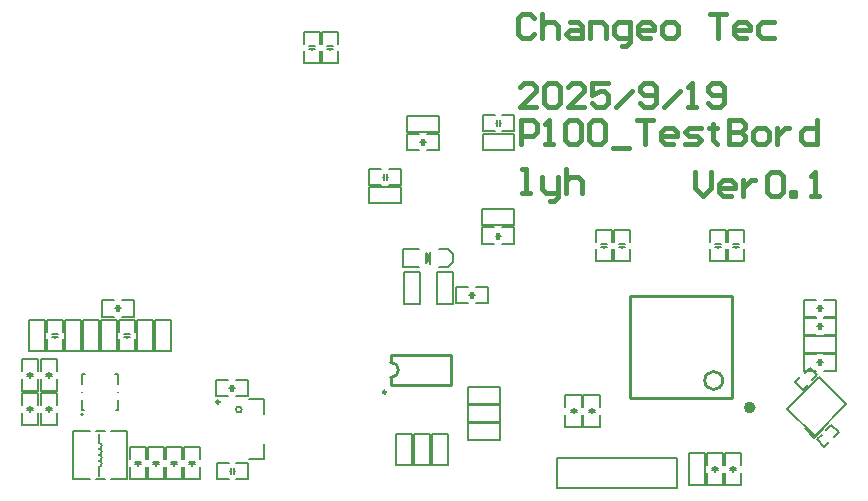
<source format=gto>
G04*
G04 #@! TF.GenerationSoftware,Altium Limited,Altium Designer,24.0.1 (36)*
G04*
G04 Layer_Color=65535*
%FSLAX44Y44*%
%MOMM*%
G71*
G04*
G04 #@! TF.SameCoordinates,5B0ED70E-373C-42BA-93D7-FD99D67A1B07*
G04*
G04*
G04 #@! TF.FilePolarity,Positive*
G04*
G01*
G75*
%ADD10C,0.2500*%
%ADD11C,0.2540*%
%ADD12C,0.5080*%
%ADD13C,0.1500*%
%ADD14C,0.2032*%
%ADD15C,0.1500*%
%ADD16C,0.2000*%
%ADD17C,0.1524*%
%ADD18C,0.1778*%
%ADD19C,0.3810*%
D10*
X827512Y830854D02*
G03*
X827512Y830854I-1250J0D01*
G01*
X686418Y822592D02*
G03*
X686418Y822592I-1250J0D01*
G01*
D11*
X831596Y843280D02*
G03*
X831596Y855980I0J6350D01*
G01*
X1112520Y840740D02*
G03*
X1112520Y840740I-7620J0D01*
G01*
X831596Y836930D02*
Y843280D01*
Y855980D02*
Y862330D01*
X882396D01*
Y836930D02*
Y862330D01*
X831596Y836930D02*
X882396D01*
X1120140Y825500D02*
X1120140Y911860D01*
X1033780Y825500D02*
Y911860D01*
Y825500D02*
X1120140D01*
X1033780Y911860D02*
X1120140Y911860D01*
X861822Y942848D02*
X862076Y947166D01*
X861822Y942848D02*
X863600Y944372D01*
X863092Y945896D02*
X863600Y944372D01*
D12*
X1137880Y817880D02*
G03*
X1137880Y817880I-2500J0D01*
G01*
D13*
X570890Y812023D02*
G03*
X570890Y812023I-749J0D01*
G01*
X570418Y831079D02*
Y831096D01*
X598909Y816087D02*
X600418D01*
Y824596D01*
Y831079D02*
Y831096D01*
Y837579D02*
Y846088D01*
X570418Y837579D02*
Y846087D01*
Y816087D02*
Y824596D01*
Y816087D02*
X571927D01*
X598360Y846088D02*
X600418D01*
X570418D02*
X572477D01*
D14*
X584201Y767589D02*
G03*
X584201Y772669I0J2540D01*
G01*
Y782829D02*
G03*
X584201Y787909I0J2540D01*
G01*
Y772669D02*
G03*
X584201Y777749I0J2540D01*
G01*
D02*
G03*
X584201Y782829I0J2540D01*
G01*
X581660Y757428D02*
X589280D01*
X581660Y798068D02*
X589280D01*
X584201Y787909D02*
Y795528D01*
Y759968D02*
Y767589D01*
X594360Y798068D02*
X608330D01*
Y757428D02*
Y798068D01*
X594360Y757428D02*
X608330D01*
X562610D02*
X576580D01*
X562610D02*
Y798068D01*
X576580D01*
D15*
X705358Y816102D02*
G03*
X705358Y816102I-2540J0D01*
G01*
X1166995Y817014D02*
X1193936Y843955D01*
X1217285Y820606D01*
X1190344Y793665D02*
X1217285Y820606D01*
X1166995Y817014D02*
X1190344Y793665D01*
D16*
X972312Y749808D02*
Y775208D01*
X1073912D01*
X972312Y749808D02*
X1073912D01*
Y775208D01*
X1182082Y800131D02*
X1189985Y792228D01*
X1190164Y792049D02*
X1198247Y800131D01*
X724408Y774192D02*
Y786892D01*
X711708Y774192D02*
X724408D01*
Y812292D02*
Y824992D01*
X711708D02*
X724408D01*
D17*
X757682Y1109218D02*
X771398D01*
X757682Y1136142D02*
X771398D01*
Y1109218D02*
Y1119378D01*
X757682Y1125982D02*
Y1136142D01*
Y1109218D02*
Y1119378D01*
X771398Y1125982D02*
Y1136142D01*
X764540Y1120394D02*
Y1121664D01*
Y1123696D02*
Y1124966D01*
X762000Y1123696D02*
X767080D01*
X762000Y1121664D02*
X767080D01*
X772922Y1109218D02*
X786638D01*
X772922Y1136142D02*
X786638D01*
Y1109218D02*
Y1119378D01*
X772922Y1125982D02*
Y1136142D01*
Y1109218D02*
Y1119378D01*
X786638Y1125982D02*
Y1136142D01*
X779780Y1120394D02*
Y1121664D01*
Y1123696D02*
Y1124966D01*
X777240Y1123696D02*
X782320D01*
X777240Y1121664D02*
X782320D01*
X840348Y991108D02*
Y1004824D01*
X813424Y991108D02*
X840348D01*
X813424D02*
Y1004824D01*
X840348D01*
Y1006348D02*
Y1020064D01*
X813424Y1006348D02*
Y1020064D01*
X830188D02*
X840348D01*
X813424Y1006348D02*
X823584D01*
X830188D02*
X840348D01*
X813424Y1020064D02*
X823584D01*
X827902Y1013206D02*
X829172D01*
X824600D02*
X825870D01*
Y1010666D02*
Y1015746D01*
X827902Y1010666D02*
Y1015746D01*
X872352Y1051306D02*
Y1065022D01*
X845428Y1051306D02*
X872352D01*
X845428D02*
Y1065022D01*
X872352D01*
X872352Y1035812D02*
Y1049528D01*
X845428Y1035812D02*
Y1049528D01*
X862192D02*
X872352D01*
X845428Y1035812D02*
X855588D01*
X862192D02*
X872352D01*
X845428Y1049528D02*
X855588D01*
X859906Y1042670D02*
X861176D01*
X856604D02*
X857874D01*
Y1040130D02*
Y1045210D01*
X859906Y1040130D02*
Y1045210D01*
X936222Y1036066D02*
Y1049782D01*
X909298Y1036066D02*
X936222D01*
X909298D02*
Y1049782D01*
X936222D01*
X936106Y1051560D02*
Y1065276D01*
X909182Y1051560D02*
Y1065276D01*
X925946D02*
X936106D01*
X909182Y1051560D02*
X919342D01*
X925946D02*
X936106D01*
X909182Y1065276D02*
X919342D01*
X923660Y1058418D02*
X924930D01*
X920358D02*
X921628D01*
Y1055878D02*
Y1060958D01*
X923660Y1055878D02*
Y1060958D01*
X935990Y972312D02*
Y986028D01*
X909066Y972312D02*
X935990D01*
X909066D02*
Y986028D01*
X935990D01*
X935990Y956564D02*
Y970280D01*
X909066Y956564D02*
Y970280D01*
X925830D02*
X935990D01*
X909066Y956564D02*
X919226D01*
X925830D02*
X935990D01*
X909066Y970280D02*
X919226D01*
X923544Y963422D02*
X924814D01*
X920242D02*
X921512D01*
Y960882D02*
Y965962D01*
X923544Y960882D02*
Y965962D01*
X913638Y906018D02*
Y919734D01*
X886714Y906018D02*
Y919734D01*
X903478D02*
X913638D01*
X886714Y906018D02*
X896874D01*
X903478D02*
X913638D01*
X886714Y919734D02*
X896874D01*
X901192Y912876D02*
X902462D01*
X897890D02*
X899160D01*
Y910336D02*
Y915416D01*
X901192Y910336D02*
Y915416D01*
X870458Y905764D02*
X884174D01*
X870458D02*
Y932688D01*
X884174D01*
Y905764D02*
Y932688D01*
X861060Y948944D02*
X865124Y944880D01*
Y939546D02*
Y949706D01*
X861060Y940054D02*
X865124Y944372D01*
X861060Y940054D02*
Y948944D01*
X842518Y932688D02*
X856234D01*
Y905764D02*
Y932688D01*
X842518Y905764D02*
X856234D01*
X842518D02*
Y932688D01*
X923798Y805942D02*
Y819658D01*
X896874Y805942D02*
X923798D01*
X896874D02*
Y819658D01*
X923798D01*
X851408Y795782D02*
X865124D01*
Y768858D02*
Y795782D01*
X851408Y768858D02*
X865124D01*
X851408D02*
Y795782D01*
X1188341Y841007D02*
X1192552Y845218D01*
X1173712Y839310D02*
X1177924Y843521D01*
X1181875Y847473D02*
X1186086Y851684D01*
X1180178Y832844D02*
X1184389Y837056D01*
X1173712Y839310D02*
X1180178Y832844D01*
X1186086Y851684D02*
X1192552Y845218D01*
X1192000Y790796D02*
X1196211Y795007D01*
X1206628Y792493D02*
X1210840Y796704D01*
X1198466Y784330D02*
X1202677Y788541D01*
X1200163Y798959D02*
X1204374Y803170D01*
X1210840Y796704D01*
X1192000Y790796D02*
X1198466Y784330D01*
X1117092Y941578D02*
X1130808D01*
X1117092Y968502D02*
X1130808D01*
Y941578D02*
Y951738D01*
X1117092Y958342D02*
Y968502D01*
Y941578D02*
Y951738D01*
X1130808Y958342D02*
Y968502D01*
X1123950Y952754D02*
Y954024D01*
Y956056D02*
Y957326D01*
X1121410Y956056D02*
X1126490D01*
X1121410Y954024D02*
X1126490D01*
X1181608Y864362D02*
Y878078D01*
X1208532D01*
Y864362D02*
Y878078D01*
X1181608Y864362D02*
X1208532D01*
X610870Y757174D02*
X624586D01*
X610870Y784098D02*
X624586D01*
Y757174D02*
Y767334D01*
X610870Y773938D02*
Y784098D01*
Y757174D02*
Y767334D01*
X624586Y773938D02*
Y784098D01*
X617728Y768350D02*
Y769620D01*
Y771652D02*
Y772922D01*
X615188Y771652D02*
X620268D01*
X615188Y769620D02*
X620268D01*
X626110Y757174D02*
X639826D01*
X626110Y784098D02*
X639826D01*
Y757174D02*
Y767334D01*
X626110Y773938D02*
Y784098D01*
Y757174D02*
Y767334D01*
X639826Y773938D02*
Y784098D01*
X632968Y768350D02*
Y769620D01*
Y771652D02*
Y772922D01*
X630428Y771652D02*
X635508D01*
X630428Y769620D02*
X635508D01*
X683514Y827786D02*
Y841502D01*
X710438Y827786D02*
Y841502D01*
X683514Y827786D02*
X693674D01*
X700278Y841502D02*
X710438D01*
X683514D02*
X693674D01*
X700278Y827786D02*
X710438D01*
X694690Y834644D02*
X695960D01*
X697992D02*
X699262D01*
X697992Y832104D02*
Y837184D01*
X695960Y832104D02*
Y837184D01*
X710946Y756920D02*
Y770636D01*
X684022Y756920D02*
Y770636D01*
X700786D02*
X710946D01*
X684022Y756920D02*
X694182D01*
X700786D02*
X710946D01*
X684022Y770636D02*
X694182D01*
X698500Y763778D02*
X699770D01*
X695198D02*
X696468D01*
Y761238D02*
Y766318D01*
X698500Y761238D02*
Y766318D01*
X540512Y892302D02*
X554228D01*
X540512Y865378D02*
X554228D01*
X540512Y882142D02*
Y892302D01*
X554228Y865378D02*
Y875538D01*
Y882142D02*
Y892302D01*
X540512Y865378D02*
Y875538D01*
X547370Y879856D02*
Y881126D01*
Y876554D02*
Y877824D01*
X544830D02*
X549910D01*
X544830Y879856D02*
X549910D01*
X555752Y892302D02*
X569468D01*
Y865378D02*
Y892302D01*
X555752Y865378D02*
X569468D01*
X555752D02*
Y892302D01*
X656590Y757174D02*
X670306D01*
X656590Y784098D02*
X670306D01*
Y757174D02*
Y767334D01*
X656590Y773938D02*
Y784098D01*
Y757174D02*
Y767334D01*
X670306Y773938D02*
Y784098D01*
X663448Y768350D02*
Y769620D01*
Y771652D02*
Y772922D01*
X660908Y771652D02*
X665988D01*
X660908Y769620D02*
X665988D01*
X641350Y757174D02*
X655066D01*
X641350Y784098D02*
X655066D01*
Y757174D02*
Y767334D01*
X641350Y773938D02*
Y784098D01*
Y757174D02*
Y767334D01*
X655066Y773938D02*
Y784098D01*
X648208Y768350D02*
Y769620D01*
Y771652D02*
Y772922D01*
X645668Y771652D02*
X650748D01*
X645668Y769620D02*
X650748D01*
X518922Y803148D02*
X532638D01*
X518922Y830072D02*
X532638D01*
Y803148D02*
Y813308D01*
X518922Y819912D02*
Y830072D01*
Y803148D02*
Y813308D01*
X532638Y819912D02*
Y830072D01*
X525780Y814324D02*
Y815594D01*
Y817626D02*
Y818896D01*
X523240Y817626D02*
X528320D01*
X523240Y815594D02*
X528320D01*
X535432Y803148D02*
X549148D01*
X535432Y830072D02*
X549148D01*
Y803148D02*
Y813308D01*
X535432Y819912D02*
Y830072D01*
Y803148D02*
Y813308D01*
X549148Y819912D02*
Y830072D01*
X542290Y814324D02*
Y815594D01*
Y817626D02*
Y818896D01*
X539750Y817626D02*
X544830D01*
X539750Y815594D02*
X544830D01*
X535432Y858912D02*
X549148D01*
X535432Y831988D02*
X549148D01*
X535432Y848752D02*
Y858912D01*
X549148Y831988D02*
Y842148D01*
Y848752D02*
Y858912D01*
X535432Y831988D02*
Y842148D01*
X542290Y846466D02*
Y847736D01*
Y843164D02*
Y844434D01*
X539750D02*
X544830D01*
X539750Y846466D02*
X544830D01*
X518922Y858912D02*
X532638D01*
X518922Y831988D02*
X532638D01*
X518922Y848752D02*
Y858912D01*
X532638Y831988D02*
Y842148D01*
Y848752D02*
Y858912D01*
X518922Y831988D02*
Y842148D01*
X525780Y846466D02*
Y847736D01*
Y843164D02*
Y844434D01*
X523240D02*
X528320D01*
X523240Y846466D02*
X528320D01*
X631952Y865378D02*
X645668D01*
X631952D02*
Y892302D01*
X645668D01*
Y865378D02*
Y892302D01*
X586232Y865378D02*
X599948D01*
X586232D02*
Y892302D01*
X599948D01*
Y865378D02*
Y892302D01*
X525272Y865378D02*
X538988D01*
X525272D02*
Y892302D01*
X538988D01*
Y865378D02*
Y892302D01*
X570992Y865378D02*
X584708D01*
X570992D02*
Y892302D01*
X584708D01*
Y865378D02*
Y892302D01*
X616712Y865378D02*
X630428D01*
X616712D02*
Y892302D01*
X630428D01*
Y865378D02*
Y892302D01*
X601472Y892302D02*
X615188D01*
X601472Y865378D02*
X615188D01*
X601472Y882142D02*
Y892302D01*
X615188Y865378D02*
Y875538D01*
Y882142D02*
Y892302D01*
X601472Y865378D02*
Y875538D01*
X608330Y879856D02*
Y881126D01*
Y876554D02*
Y877824D01*
X605790D02*
X610870D01*
X605790Y879856D02*
X610870D01*
X614172Y894842D02*
Y908558D01*
X587248Y894842D02*
Y908558D01*
X604012D02*
X614172D01*
X587248Y894842D02*
X597408D01*
X604012D02*
X614172D01*
X587248Y908558D02*
X597408D01*
X601726Y901700D02*
X602996D01*
X598424D02*
X599694D01*
Y899160D02*
Y904240D01*
X601726Y899160D02*
Y904240D01*
X1084072Y779272D02*
X1097788D01*
Y752348D02*
Y779272D01*
X1084072Y752348D02*
X1097788D01*
X1084072D02*
Y779272D01*
X836168Y795782D02*
X849884D01*
Y768858D02*
Y795782D01*
X836168Y768858D02*
X849884D01*
X836168D02*
Y795782D01*
X1114552Y779272D02*
X1128268D01*
X1114552Y752348D02*
X1128268D01*
X1114552Y769112D02*
Y779272D01*
X1128268Y752348D02*
Y762508D01*
Y769112D02*
Y779272D01*
X1114552Y752348D02*
Y762508D01*
X1121410Y766826D02*
Y768096D01*
Y763524D02*
Y764794D01*
X1118870D02*
X1123950D01*
X1118870Y766826D02*
X1123950D01*
X1099312Y779272D02*
X1113028D01*
X1099312Y752348D02*
X1113028D01*
X1099312Y769112D02*
Y779272D01*
X1113028Y752348D02*
Y762508D01*
Y769112D02*
Y779272D01*
X1099312Y752348D02*
Y762508D01*
X1106170Y766826D02*
Y768096D01*
Y763524D02*
Y764794D01*
X1103630D02*
X1108710D01*
X1103630Y766826D02*
X1108710D01*
X1208532Y849122D02*
Y862838D01*
X1181608Y849122D02*
Y862838D01*
X1198372D02*
X1208532D01*
X1181608Y849122D02*
X1191768D01*
X1198372D02*
X1208532D01*
X1181608Y862838D02*
X1191768D01*
X1196086Y855980D02*
X1197356D01*
X1192784D02*
X1194054D01*
Y853440D02*
Y858520D01*
X1196086Y853440D02*
Y858520D01*
X923798Y821182D02*
Y834898D01*
X896874Y821182D02*
X923798D01*
X896874D02*
Y834898D01*
X923798D01*
Y790702D02*
Y804418D01*
X896874Y790702D02*
X923798D01*
X896874D02*
Y804418D01*
X923798D01*
X979424Y801624D02*
X993140D01*
X979424Y828548D02*
X993140D01*
Y801624D02*
Y811784D01*
X979424Y818388D02*
Y828548D01*
Y801624D02*
Y811784D01*
X993140Y818388D02*
Y828548D01*
X986282Y812800D02*
Y814070D01*
Y816102D02*
Y817372D01*
X983742Y816102D02*
X988822D01*
X983742Y814070D02*
X988822D01*
X994664Y801624D02*
X1008380D01*
X994664Y828548D02*
X1008380D01*
Y801624D02*
Y811784D01*
X994664Y818388D02*
Y828548D01*
Y801624D02*
Y811784D01*
X1008380Y818388D02*
Y828548D01*
X1001522Y812800D02*
Y814070D01*
Y816102D02*
Y817372D01*
X998982Y816102D02*
X1004062D01*
X998982Y814070D02*
X1004062D01*
X866648Y795782D02*
X880364D01*
Y768858D02*
Y795782D01*
X866648Y768858D02*
X880364D01*
X866648D02*
Y795782D01*
X1208532Y879602D02*
Y893318D01*
X1181608Y879602D02*
Y893318D01*
X1198372D02*
X1208532D01*
X1181608Y879602D02*
X1191768D01*
X1198372D02*
X1208532D01*
X1181608Y893318D02*
X1191768D01*
X1196086Y886460D02*
X1197356D01*
X1192784D02*
X1194054D01*
Y883920D02*
Y889000D01*
X1196086Y883920D02*
Y889000D01*
X1208532Y894842D02*
Y908558D01*
X1181608Y894842D02*
Y908558D01*
X1198372D02*
X1208532D01*
X1181608Y894842D02*
X1191768D01*
X1198372D02*
X1208532D01*
X1181608Y908558D02*
X1191768D01*
X1196086Y901700D02*
X1197356D01*
X1192784D02*
X1194054D01*
Y899160D02*
Y904240D01*
X1196086Y899160D02*
Y904240D01*
X1020572Y968502D02*
X1034288D01*
X1020572Y941578D02*
X1034288D01*
X1020572Y958342D02*
Y968502D01*
X1034288Y941578D02*
Y951738D01*
Y958342D02*
Y968502D01*
X1020572Y941578D02*
Y951738D01*
X1027430Y956056D02*
Y957326D01*
Y952754D02*
Y954024D01*
X1024890D02*
X1029970D01*
X1024890Y956056D02*
X1029970D01*
X1005332Y968502D02*
X1019048D01*
X1005332Y941578D02*
X1019048D01*
X1005332Y958342D02*
Y968502D01*
X1019048Y941578D02*
Y951738D01*
Y958342D02*
Y968502D01*
X1005332Y941578D02*
Y951738D01*
X1012190Y956056D02*
Y957326D01*
Y952754D02*
Y954024D01*
X1009650D02*
X1014730D01*
X1009650Y956056D02*
X1014730D01*
X1101852Y941578D02*
X1115568D01*
X1101852Y968502D02*
X1115568D01*
Y941578D02*
Y951738D01*
X1101852Y958342D02*
Y968502D01*
Y941578D02*
Y951738D01*
X1115568Y958342D02*
Y968502D01*
X1108710Y952754D02*
Y954024D01*
Y956056D02*
Y957326D01*
X1106170Y956056D02*
X1111250D01*
X1106170Y954024D02*
X1111250D01*
D18*
X884428Y941324D02*
Y947674D01*
X880110Y937006D02*
X884428Y941324D01*
X871982Y937006D02*
X880110D01*
X871982Y952246D02*
X879856D01*
X884428Y947674D01*
X842264Y952246D02*
X855472D01*
X842264Y937006D02*
X855472D01*
X842264D02*
Y952246D01*
D19*
X954358Y1072642D02*
X940816D01*
X954358Y1086184D01*
Y1089570D01*
X950973Y1092955D01*
X944202D01*
X940816Y1089570D01*
X961129D02*
X964515Y1092955D01*
X971286D01*
X974672Y1089570D01*
Y1076028D01*
X971286Y1072642D01*
X964515D01*
X961129Y1076028D01*
Y1089570D01*
X994985Y1072642D02*
X981443D01*
X994985Y1086184D01*
Y1089570D01*
X991600Y1092955D01*
X984828D01*
X981443Y1089570D01*
X1015299Y1092955D02*
X1001756D01*
Y1082799D01*
X1008527Y1086184D01*
X1011913D01*
X1015299Y1082799D01*
Y1076028D01*
X1011913Y1072642D01*
X1005142D01*
X1001756Y1076028D01*
X1022070Y1072642D02*
X1035612Y1086184D01*
X1042383Y1076028D02*
X1045769Y1072642D01*
X1052540D01*
X1055925Y1076028D01*
Y1089570D01*
X1052540Y1092955D01*
X1045769D01*
X1042383Y1089570D01*
Y1086184D01*
X1045769Y1082799D01*
X1055925D01*
X1062697Y1072642D02*
X1076239Y1086184D01*
X1083010Y1072642D02*
X1089781D01*
X1086395D01*
Y1092955D01*
X1083010Y1089570D01*
X1099938Y1076028D02*
X1103323Y1072642D01*
X1110095D01*
X1113480Y1076028D01*
Y1089570D01*
X1110095Y1092955D01*
X1103323D01*
X1099938Y1089570D01*
Y1086184D01*
X1103323Y1082799D01*
X1113480D01*
X1088898Y1017009D02*
Y1003467D01*
X1095669Y996696D01*
X1102440Y1003467D01*
Y1017009D01*
X1119368Y996696D02*
X1112597D01*
X1109211Y1000082D01*
Y1006853D01*
X1112597Y1010238D01*
X1119368D01*
X1122754Y1006853D01*
Y1003467D01*
X1109211D01*
X1129525Y1010238D02*
Y996696D01*
Y1003467D01*
X1132910Y1006853D01*
X1136296Y1010238D01*
X1139682D01*
X1149838Y1013624D02*
X1153224Y1017009D01*
X1159995D01*
X1163381Y1013624D01*
Y1000082D01*
X1159995Y996696D01*
X1153224D01*
X1149838Y1000082D01*
Y1013624D01*
X1170152Y996696D02*
Y1000082D01*
X1173537D01*
Y996696D01*
X1170152D01*
X1187079D02*
X1193851D01*
X1190465D01*
Y1017009D01*
X1187079Y1013624D01*
X952834Y1147395D02*
X949449Y1150781D01*
X942678D01*
X939292Y1147395D01*
Y1133853D01*
X942678Y1130467D01*
X949449D01*
X952834Y1133853D01*
X959605Y1150781D02*
Y1130467D01*
Y1140624D01*
X962991Y1144009D01*
X969762D01*
X973148Y1140624D01*
Y1130467D01*
X983304Y1144009D02*
X990076D01*
X993461Y1140624D01*
Y1130467D01*
X983304D01*
X979919Y1133853D01*
X983304Y1137238D01*
X993461D01*
X1000232Y1130467D02*
Y1144009D01*
X1010389D01*
X1013775Y1140624D01*
Y1130467D01*
X1027317Y1123696D02*
X1030702D01*
X1034088Y1127082D01*
Y1144009D01*
X1023931D01*
X1020546Y1140624D01*
Y1133853D01*
X1023931Y1130467D01*
X1034088D01*
X1051016D02*
X1044245D01*
X1040859Y1133853D01*
Y1140624D01*
X1044245Y1144009D01*
X1051016D01*
X1054401Y1140624D01*
Y1137238D01*
X1040859D01*
X1064558Y1130467D02*
X1071329D01*
X1074715Y1133853D01*
Y1140624D01*
X1071329Y1144009D01*
X1064558D01*
X1061172Y1140624D01*
Y1133853D01*
X1064558Y1130467D01*
X1101799Y1150781D02*
X1115342D01*
X1108570D01*
Y1130467D01*
X1132270D02*
X1125498D01*
X1122113Y1133853D01*
Y1140624D01*
X1125498Y1144009D01*
X1132270D01*
X1135655Y1140624D01*
Y1137238D01*
X1122113D01*
X1155968Y1144009D02*
X1145812D01*
X1142426Y1140624D01*
Y1133853D01*
X1145812Y1130467D01*
X1155968D01*
X941832Y1040976D02*
Y1061289D01*
X951989D01*
X955374Y1057903D01*
Y1051132D01*
X951989Y1047747D01*
X941832D01*
X962145Y1040976D02*
X968917D01*
X965531D01*
Y1061289D01*
X962145Y1057903D01*
X979073D02*
X982459Y1061289D01*
X989230D01*
X992616Y1057903D01*
Y1044361D01*
X989230Y1040976D01*
X982459D01*
X979073Y1044361D01*
Y1057903D01*
X999387D02*
X1002772Y1061289D01*
X1009543D01*
X1012929Y1057903D01*
Y1044361D01*
X1009543Y1040976D01*
X1002772D01*
X999387Y1044361D01*
Y1057903D01*
X1019700Y1037590D02*
X1033242D01*
X1040014Y1061289D02*
X1053556D01*
X1046785D01*
Y1040976D01*
X1070484D02*
X1063712D01*
X1060327Y1044361D01*
Y1051132D01*
X1063712Y1054518D01*
X1070484D01*
X1073869Y1051132D01*
Y1047747D01*
X1060327D01*
X1080640Y1040976D02*
X1090797D01*
X1094183Y1044361D01*
X1090797Y1047747D01*
X1084026D01*
X1080640Y1051132D01*
X1084026Y1054518D01*
X1094183D01*
X1104339Y1057903D02*
Y1054518D01*
X1100954D01*
X1107725D01*
X1104339D01*
Y1044361D01*
X1107725Y1040976D01*
X1117882Y1061289D02*
Y1040976D01*
X1128038D01*
X1131424Y1044361D01*
Y1047747D01*
X1128038Y1051132D01*
X1117882D01*
X1128038D01*
X1131424Y1054518D01*
Y1057903D01*
X1128038Y1061289D01*
X1117882D01*
X1141581Y1040976D02*
X1148352D01*
X1151737Y1044361D01*
Y1051132D01*
X1148352Y1054518D01*
X1141581D01*
X1138195Y1051132D01*
Y1044361D01*
X1141581Y1040976D01*
X1158509Y1054518D02*
Y1040976D01*
Y1047747D01*
X1161894Y1051132D01*
X1165280Y1054518D01*
X1168665D01*
X1192364Y1061289D02*
Y1040976D01*
X1182207D01*
X1178822Y1044361D01*
Y1051132D01*
X1182207Y1054518D01*
X1192364D01*
X942848Y999149D02*
X949619D01*
X946234D01*
Y1019463D01*
X942848D01*
X959776Y1012691D02*
Y1002535D01*
X963161Y999149D01*
X973318D01*
Y995764D01*
X969933Y992378D01*
X966547D01*
X973318Y999149D02*
Y1012691D01*
X980089Y1019463D02*
Y999149D01*
Y1009306D01*
X983475Y1012691D01*
X990246D01*
X993632Y1009306D01*
Y999149D01*
M02*

</source>
